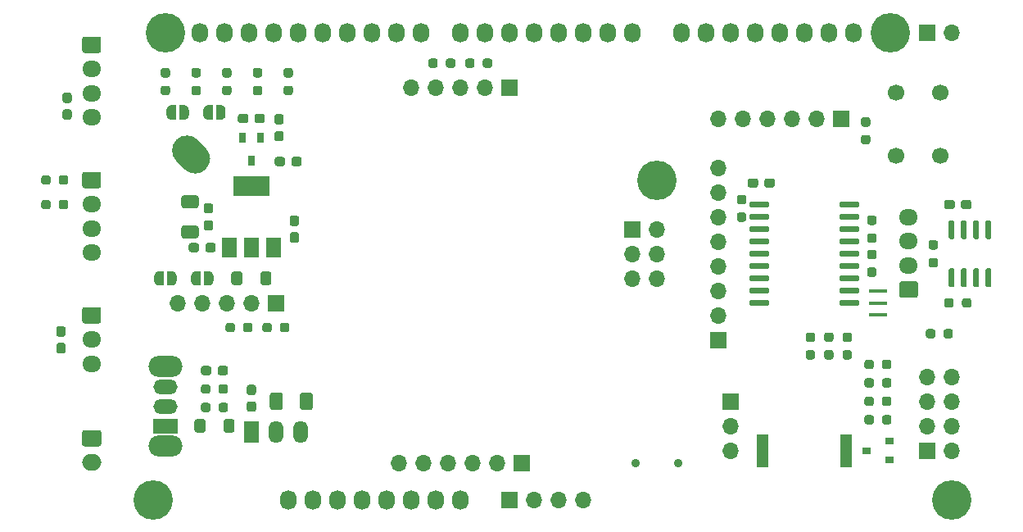
<source format=gbr>
G04 #@! TF.GenerationSoftware,KiCad,Pcbnew,(5.1.9)-1*
G04 #@! TF.CreationDate,2021-11-13T13:02:01+09:00*
G04 #@! TF.ProjectId,MainBoard2022_mega,4d61696e-426f-4617-9264-323032325f6d,rev?*
G04 #@! TF.SameCoordinates,Original*
G04 #@! TF.FileFunction,Soldermask,Bot*
G04 #@! TF.FilePolarity,Negative*
%FSLAX46Y46*%
G04 Gerber Fmt 4.6, Leading zero omitted, Abs format (unit mm)*
G04 Created by KiCad (PCBNEW (5.1.9)-1) date 2021-11-13 13:02:01*
%MOMM*%
%LPD*%
G01*
G04 APERTURE LIST*
%ADD10R,1.900000X0.400000*%
%ADD11R,1.700000X1.700000*%
%ADD12O,1.700000X1.700000*%
%ADD13C,1.700000*%
%ADD14C,0.900000*%
%ADD15O,1.950000X1.700000*%
%ADD16R,1.500000X2.300000*%
%ADD17O,1.500000X2.300000*%
%ADD18R,0.900000X0.800000*%
%ADD19R,0.700000X1.000000*%
%ADD20R,3.800000X2.000000*%
%ADD21R,1.500000X2.000000*%
%ADD22R,2.500000X1.500000*%
%ADD23O,2.500000X1.500000*%
%ADD24O,3.500000X2.200000*%
%ADD25R,1.300000X3.400000*%
%ADD26C,0.100000*%
%ADD27O,2.000000X1.700000*%
%ADD28O,1.727200X2.032000*%
%ADD29C,4.064000*%
G04 APERTURE END LIST*
D10*
X192278000Y-100006000D03*
X192278000Y-98806000D03*
X192278000Y-97606000D03*
G36*
G01*
X148593000Y-73803500D02*
X148593000Y-74278500D01*
G75*
G02*
X148355500Y-74516000I-237500J0D01*
G01*
X147855500Y-74516000D01*
G75*
G02*
X147618000Y-74278500I0J237500D01*
G01*
X147618000Y-73803500D01*
G75*
G02*
X147855500Y-73566000I237500J0D01*
G01*
X148355500Y-73566000D01*
G75*
G02*
X148593000Y-73803500I0J-237500D01*
G01*
G37*
G36*
G01*
X146768000Y-73803500D02*
X146768000Y-74278500D01*
G75*
G02*
X146530500Y-74516000I-237500J0D01*
G01*
X146030500Y-74516000D01*
G75*
G02*
X145793000Y-74278500I0J237500D01*
G01*
X145793000Y-73803500D01*
G75*
G02*
X146030500Y-73566000I237500J0D01*
G01*
X146530500Y-73566000D01*
G75*
G02*
X146768000Y-73803500I0J-237500D01*
G01*
G37*
D11*
X166878000Y-91186000D03*
D12*
X169418000Y-91186000D03*
X166878000Y-93726000D03*
X169418000Y-93726000D03*
X166878000Y-96266000D03*
X169418000Y-96266000D03*
D13*
X198683000Y-77066000D03*
X198683000Y-83566000D03*
X194183000Y-77066000D03*
X194183000Y-83566000D03*
D14*
X167218000Y-115316000D03*
X171618000Y-115316000D03*
G36*
G01*
X198203000Y-101743500D02*
X198203000Y-102218500D01*
G75*
G02*
X197965500Y-102456000I-237500J0D01*
G01*
X197465500Y-102456000D01*
G75*
G02*
X197228000Y-102218500I0J237500D01*
G01*
X197228000Y-101743500D01*
G75*
G02*
X197465500Y-101506000I237500J0D01*
G01*
X197965500Y-101506000D01*
G75*
G02*
X198203000Y-101743500I0J-237500D01*
G01*
G37*
G36*
G01*
X200028000Y-101743500D02*
X200028000Y-102218500D01*
G75*
G02*
X199790500Y-102456000I-237500J0D01*
G01*
X199290500Y-102456000D01*
G75*
G02*
X199053000Y-102218500I0J237500D01*
G01*
X199053000Y-101743500D01*
G75*
G02*
X199290500Y-101506000I237500J0D01*
G01*
X199790500Y-101506000D01*
G75*
G02*
X200028000Y-101743500I0J-237500D01*
G01*
G37*
D11*
X155448000Y-115316000D03*
D12*
X152908000Y-115316000D03*
X150368000Y-115316000D03*
X147828000Y-115316000D03*
X145288000Y-115316000D03*
X142748000Y-115316000D03*
G36*
G01*
X196178000Y-98266000D02*
X194728000Y-98266000D01*
G75*
G02*
X194478000Y-98016000I0J250000D01*
G01*
X194478000Y-96816000D01*
G75*
G02*
X194728000Y-96566000I250000J0D01*
G01*
X196178000Y-96566000D01*
G75*
G02*
X196428000Y-96816000I0J-250000D01*
G01*
X196428000Y-98016000D01*
G75*
G02*
X196178000Y-98266000I-250000J0D01*
G01*
G37*
D15*
X195453000Y-94916000D03*
X195453000Y-92416000D03*
X195453000Y-89916000D03*
D16*
X127508000Y-112141000D03*
D17*
X130048000Y-112141000D03*
X132588000Y-112141000D03*
G36*
G01*
X108220500Y-77086000D02*
X108695500Y-77086000D01*
G75*
G02*
X108933000Y-77323500I0J-237500D01*
G01*
X108933000Y-77923500D01*
G75*
G02*
X108695500Y-78161000I-237500J0D01*
G01*
X108220500Y-78161000D01*
G75*
G02*
X107983000Y-77923500I0J237500D01*
G01*
X107983000Y-77323500D01*
G75*
G02*
X108220500Y-77086000I237500J0D01*
G01*
G37*
G36*
G01*
X108220500Y-78811000D02*
X108695500Y-78811000D01*
G75*
G02*
X108933000Y-79048500I0J-237500D01*
G01*
X108933000Y-79648500D01*
G75*
G02*
X108695500Y-79886000I-237500J0D01*
G01*
X108220500Y-79886000D01*
G75*
G02*
X107983000Y-79648500I0J237500D01*
G01*
X107983000Y-79048500D01*
G75*
G02*
X108220500Y-78811000I237500J0D01*
G01*
G37*
G36*
G01*
X122298000Y-106028500D02*
X122298000Y-105553500D01*
G75*
G02*
X122535500Y-105316000I237500J0D01*
G01*
X123135500Y-105316000D01*
G75*
G02*
X123373000Y-105553500I0J-237500D01*
G01*
X123373000Y-106028500D01*
G75*
G02*
X123135500Y-106266000I-237500J0D01*
G01*
X122535500Y-106266000D01*
G75*
G02*
X122298000Y-106028500I0J237500D01*
G01*
G37*
G36*
G01*
X124023000Y-106028500D02*
X124023000Y-105553500D01*
G75*
G02*
X124260500Y-105316000I237500J0D01*
G01*
X124860500Y-105316000D01*
G75*
G02*
X125098000Y-105553500I0J-237500D01*
G01*
X125098000Y-106028500D01*
G75*
G02*
X124860500Y-106266000I-237500J0D01*
G01*
X124260500Y-106266000D01*
G75*
G02*
X124023000Y-106028500I0J237500D01*
G01*
G37*
D11*
X197358000Y-70866000D03*
D12*
X199898000Y-70866000D03*
D11*
X197358000Y-114046000D03*
D12*
X199898000Y-114046000D03*
X197358000Y-111506000D03*
X199898000Y-111506000D03*
X197358000Y-108966000D03*
X199898000Y-108966000D03*
X197358000Y-106426000D03*
X199898000Y-106426000D03*
D11*
X154178000Y-119126000D03*
D12*
X156718000Y-119126000D03*
X159258000Y-119126000D03*
X161798000Y-119126000D03*
D18*
X193478000Y-113096000D03*
X193478000Y-114996000D03*
X191078000Y-114046000D03*
G36*
G01*
X119747720Y-81955720D02*
X119747720Y-81955720D01*
G75*
G02*
X121939752Y-81955720I1096016J-1096016D01*
G01*
X122788280Y-82804248D01*
G75*
G02*
X122788280Y-84996280I-1096016J-1096016D01*
G01*
X122788280Y-84996280D01*
G75*
G02*
X120596248Y-84996280I-1096016J1096016D01*
G01*
X119747720Y-84147752D01*
G75*
G02*
X119747720Y-81955720I1096016J1096016D01*
G01*
G37*
G36*
G01*
X190333000Y-88496000D02*
X190333000Y-88796000D01*
G75*
G02*
X190183000Y-88946000I-150000J0D01*
G01*
X188433000Y-88946000D01*
G75*
G02*
X188283000Y-88796000I0J150000D01*
G01*
X188283000Y-88496000D01*
G75*
G02*
X188433000Y-88346000I150000J0D01*
G01*
X190183000Y-88346000D01*
G75*
G02*
X190333000Y-88496000I0J-150000D01*
G01*
G37*
G36*
G01*
X190333000Y-89766000D02*
X190333000Y-90066000D01*
G75*
G02*
X190183000Y-90216000I-150000J0D01*
G01*
X188433000Y-90216000D01*
G75*
G02*
X188283000Y-90066000I0J150000D01*
G01*
X188283000Y-89766000D01*
G75*
G02*
X188433000Y-89616000I150000J0D01*
G01*
X190183000Y-89616000D01*
G75*
G02*
X190333000Y-89766000I0J-150000D01*
G01*
G37*
G36*
G01*
X190333000Y-91036000D02*
X190333000Y-91336000D01*
G75*
G02*
X190183000Y-91486000I-150000J0D01*
G01*
X188433000Y-91486000D01*
G75*
G02*
X188283000Y-91336000I0J150000D01*
G01*
X188283000Y-91036000D01*
G75*
G02*
X188433000Y-90886000I150000J0D01*
G01*
X190183000Y-90886000D01*
G75*
G02*
X190333000Y-91036000I0J-150000D01*
G01*
G37*
G36*
G01*
X190333000Y-92306000D02*
X190333000Y-92606000D01*
G75*
G02*
X190183000Y-92756000I-150000J0D01*
G01*
X188433000Y-92756000D01*
G75*
G02*
X188283000Y-92606000I0J150000D01*
G01*
X188283000Y-92306000D01*
G75*
G02*
X188433000Y-92156000I150000J0D01*
G01*
X190183000Y-92156000D01*
G75*
G02*
X190333000Y-92306000I0J-150000D01*
G01*
G37*
G36*
G01*
X190333000Y-93576000D02*
X190333000Y-93876000D01*
G75*
G02*
X190183000Y-94026000I-150000J0D01*
G01*
X188433000Y-94026000D01*
G75*
G02*
X188283000Y-93876000I0J150000D01*
G01*
X188283000Y-93576000D01*
G75*
G02*
X188433000Y-93426000I150000J0D01*
G01*
X190183000Y-93426000D01*
G75*
G02*
X190333000Y-93576000I0J-150000D01*
G01*
G37*
G36*
G01*
X190333000Y-94846000D02*
X190333000Y-95146000D01*
G75*
G02*
X190183000Y-95296000I-150000J0D01*
G01*
X188433000Y-95296000D01*
G75*
G02*
X188283000Y-95146000I0J150000D01*
G01*
X188283000Y-94846000D01*
G75*
G02*
X188433000Y-94696000I150000J0D01*
G01*
X190183000Y-94696000D01*
G75*
G02*
X190333000Y-94846000I0J-150000D01*
G01*
G37*
G36*
G01*
X190333000Y-96116000D02*
X190333000Y-96416000D01*
G75*
G02*
X190183000Y-96566000I-150000J0D01*
G01*
X188433000Y-96566000D01*
G75*
G02*
X188283000Y-96416000I0J150000D01*
G01*
X188283000Y-96116000D01*
G75*
G02*
X188433000Y-95966000I150000J0D01*
G01*
X190183000Y-95966000D01*
G75*
G02*
X190333000Y-96116000I0J-150000D01*
G01*
G37*
G36*
G01*
X190333000Y-97386000D02*
X190333000Y-97686000D01*
G75*
G02*
X190183000Y-97836000I-150000J0D01*
G01*
X188433000Y-97836000D01*
G75*
G02*
X188283000Y-97686000I0J150000D01*
G01*
X188283000Y-97386000D01*
G75*
G02*
X188433000Y-97236000I150000J0D01*
G01*
X190183000Y-97236000D01*
G75*
G02*
X190333000Y-97386000I0J-150000D01*
G01*
G37*
G36*
G01*
X190333000Y-98656000D02*
X190333000Y-98956000D01*
G75*
G02*
X190183000Y-99106000I-150000J0D01*
G01*
X188433000Y-99106000D01*
G75*
G02*
X188283000Y-98956000I0J150000D01*
G01*
X188283000Y-98656000D01*
G75*
G02*
X188433000Y-98506000I150000J0D01*
G01*
X190183000Y-98506000D01*
G75*
G02*
X190333000Y-98656000I0J-150000D01*
G01*
G37*
G36*
G01*
X181033000Y-98656000D02*
X181033000Y-98956000D01*
G75*
G02*
X180883000Y-99106000I-150000J0D01*
G01*
X179133000Y-99106000D01*
G75*
G02*
X178983000Y-98956000I0J150000D01*
G01*
X178983000Y-98656000D01*
G75*
G02*
X179133000Y-98506000I150000J0D01*
G01*
X180883000Y-98506000D01*
G75*
G02*
X181033000Y-98656000I0J-150000D01*
G01*
G37*
G36*
G01*
X181033000Y-97386000D02*
X181033000Y-97686000D01*
G75*
G02*
X180883000Y-97836000I-150000J0D01*
G01*
X179133000Y-97836000D01*
G75*
G02*
X178983000Y-97686000I0J150000D01*
G01*
X178983000Y-97386000D01*
G75*
G02*
X179133000Y-97236000I150000J0D01*
G01*
X180883000Y-97236000D01*
G75*
G02*
X181033000Y-97386000I0J-150000D01*
G01*
G37*
G36*
G01*
X181033000Y-96116000D02*
X181033000Y-96416000D01*
G75*
G02*
X180883000Y-96566000I-150000J0D01*
G01*
X179133000Y-96566000D01*
G75*
G02*
X178983000Y-96416000I0J150000D01*
G01*
X178983000Y-96116000D01*
G75*
G02*
X179133000Y-95966000I150000J0D01*
G01*
X180883000Y-95966000D01*
G75*
G02*
X181033000Y-96116000I0J-150000D01*
G01*
G37*
G36*
G01*
X181033000Y-94846000D02*
X181033000Y-95146000D01*
G75*
G02*
X180883000Y-95296000I-150000J0D01*
G01*
X179133000Y-95296000D01*
G75*
G02*
X178983000Y-95146000I0J150000D01*
G01*
X178983000Y-94846000D01*
G75*
G02*
X179133000Y-94696000I150000J0D01*
G01*
X180883000Y-94696000D01*
G75*
G02*
X181033000Y-94846000I0J-150000D01*
G01*
G37*
G36*
G01*
X181033000Y-93576000D02*
X181033000Y-93876000D01*
G75*
G02*
X180883000Y-94026000I-150000J0D01*
G01*
X179133000Y-94026000D01*
G75*
G02*
X178983000Y-93876000I0J150000D01*
G01*
X178983000Y-93576000D01*
G75*
G02*
X179133000Y-93426000I150000J0D01*
G01*
X180883000Y-93426000D01*
G75*
G02*
X181033000Y-93576000I0J-150000D01*
G01*
G37*
G36*
G01*
X181033000Y-92306000D02*
X181033000Y-92606000D01*
G75*
G02*
X180883000Y-92756000I-150000J0D01*
G01*
X179133000Y-92756000D01*
G75*
G02*
X178983000Y-92606000I0J150000D01*
G01*
X178983000Y-92306000D01*
G75*
G02*
X179133000Y-92156000I150000J0D01*
G01*
X180883000Y-92156000D01*
G75*
G02*
X181033000Y-92306000I0J-150000D01*
G01*
G37*
G36*
G01*
X181033000Y-91036000D02*
X181033000Y-91336000D01*
G75*
G02*
X180883000Y-91486000I-150000J0D01*
G01*
X179133000Y-91486000D01*
G75*
G02*
X178983000Y-91336000I0J150000D01*
G01*
X178983000Y-91036000D01*
G75*
G02*
X179133000Y-90886000I150000J0D01*
G01*
X180883000Y-90886000D01*
G75*
G02*
X181033000Y-91036000I0J-150000D01*
G01*
G37*
G36*
G01*
X181033000Y-89766000D02*
X181033000Y-90066000D01*
G75*
G02*
X180883000Y-90216000I-150000J0D01*
G01*
X179133000Y-90216000D01*
G75*
G02*
X178983000Y-90066000I0J150000D01*
G01*
X178983000Y-89766000D01*
G75*
G02*
X179133000Y-89616000I150000J0D01*
G01*
X180883000Y-89616000D01*
G75*
G02*
X181033000Y-89766000I0J-150000D01*
G01*
G37*
G36*
G01*
X181033000Y-88496000D02*
X181033000Y-88796000D01*
G75*
G02*
X180883000Y-88946000I-150000J0D01*
G01*
X179133000Y-88946000D01*
G75*
G02*
X178983000Y-88796000I0J150000D01*
G01*
X178983000Y-88496000D01*
G75*
G02*
X179133000Y-88346000I150000J0D01*
G01*
X180883000Y-88346000D01*
G75*
G02*
X181033000Y-88496000I0J-150000D01*
G01*
G37*
D19*
X126558000Y-81731000D03*
X128458000Y-81731000D03*
X127508000Y-84131000D03*
D20*
X127508000Y-86766000D03*
D21*
X127508000Y-93066000D03*
X125208000Y-93066000D03*
X129808000Y-93066000D03*
G36*
G01*
X199748000Y-90276000D02*
X200048000Y-90276000D01*
G75*
G02*
X200198000Y-90426000I0J-150000D01*
G01*
X200198000Y-92076000D01*
G75*
G02*
X200048000Y-92226000I-150000J0D01*
G01*
X199748000Y-92226000D01*
G75*
G02*
X199598000Y-92076000I0J150000D01*
G01*
X199598000Y-90426000D01*
G75*
G02*
X199748000Y-90276000I150000J0D01*
G01*
G37*
G36*
G01*
X201018000Y-90276000D02*
X201318000Y-90276000D01*
G75*
G02*
X201468000Y-90426000I0J-150000D01*
G01*
X201468000Y-92076000D01*
G75*
G02*
X201318000Y-92226000I-150000J0D01*
G01*
X201018000Y-92226000D01*
G75*
G02*
X200868000Y-92076000I0J150000D01*
G01*
X200868000Y-90426000D01*
G75*
G02*
X201018000Y-90276000I150000J0D01*
G01*
G37*
G36*
G01*
X202288000Y-90276000D02*
X202588000Y-90276000D01*
G75*
G02*
X202738000Y-90426000I0J-150000D01*
G01*
X202738000Y-92076000D01*
G75*
G02*
X202588000Y-92226000I-150000J0D01*
G01*
X202288000Y-92226000D01*
G75*
G02*
X202138000Y-92076000I0J150000D01*
G01*
X202138000Y-90426000D01*
G75*
G02*
X202288000Y-90276000I150000J0D01*
G01*
G37*
G36*
G01*
X203558000Y-90276000D02*
X203858000Y-90276000D01*
G75*
G02*
X204008000Y-90426000I0J-150000D01*
G01*
X204008000Y-92076000D01*
G75*
G02*
X203858000Y-92226000I-150000J0D01*
G01*
X203558000Y-92226000D01*
G75*
G02*
X203408000Y-92076000I0J150000D01*
G01*
X203408000Y-90426000D01*
G75*
G02*
X203558000Y-90276000I150000J0D01*
G01*
G37*
G36*
G01*
X203558000Y-95226000D02*
X203858000Y-95226000D01*
G75*
G02*
X204008000Y-95376000I0J-150000D01*
G01*
X204008000Y-97026000D01*
G75*
G02*
X203858000Y-97176000I-150000J0D01*
G01*
X203558000Y-97176000D01*
G75*
G02*
X203408000Y-97026000I0J150000D01*
G01*
X203408000Y-95376000D01*
G75*
G02*
X203558000Y-95226000I150000J0D01*
G01*
G37*
G36*
G01*
X202288000Y-95226000D02*
X202588000Y-95226000D01*
G75*
G02*
X202738000Y-95376000I0J-150000D01*
G01*
X202738000Y-97026000D01*
G75*
G02*
X202588000Y-97176000I-150000J0D01*
G01*
X202288000Y-97176000D01*
G75*
G02*
X202138000Y-97026000I0J150000D01*
G01*
X202138000Y-95376000D01*
G75*
G02*
X202288000Y-95226000I150000J0D01*
G01*
G37*
G36*
G01*
X201018000Y-95226000D02*
X201318000Y-95226000D01*
G75*
G02*
X201468000Y-95376000I0J-150000D01*
G01*
X201468000Y-97026000D01*
G75*
G02*
X201318000Y-97176000I-150000J0D01*
G01*
X201018000Y-97176000D01*
G75*
G02*
X200868000Y-97026000I0J150000D01*
G01*
X200868000Y-95376000D01*
G75*
G02*
X201018000Y-95226000I150000J0D01*
G01*
G37*
G36*
G01*
X199748000Y-95226000D02*
X200048000Y-95226000D01*
G75*
G02*
X200198000Y-95376000I0J-150000D01*
G01*
X200198000Y-97026000D01*
G75*
G02*
X200048000Y-97176000I-150000J0D01*
G01*
X199748000Y-97176000D01*
G75*
G02*
X199598000Y-97026000I0J150000D01*
G01*
X199598000Y-95376000D01*
G75*
G02*
X199748000Y-95226000I150000J0D01*
G01*
G37*
D11*
X177038000Y-108966000D03*
D12*
X177038000Y-111506000D03*
X177038000Y-114046000D03*
D22*
X118618000Y-111506000D03*
D23*
X118618000Y-109506000D03*
X118618000Y-107506000D03*
D24*
X118618000Y-113606000D03*
X118618000Y-105406000D03*
G36*
G01*
X121555500Y-74546000D02*
X122030500Y-74546000D01*
G75*
G02*
X122268000Y-74783500I0J-237500D01*
G01*
X122268000Y-75283500D01*
G75*
G02*
X122030500Y-75521000I-237500J0D01*
G01*
X121555500Y-75521000D01*
G75*
G02*
X121318000Y-75283500I0J237500D01*
G01*
X121318000Y-74783500D01*
G75*
G02*
X121555500Y-74546000I237500J0D01*
G01*
G37*
G36*
G01*
X121555500Y-76371000D02*
X122030500Y-76371000D01*
G75*
G02*
X122268000Y-76608500I0J-237500D01*
G01*
X122268000Y-77108500D01*
G75*
G02*
X122030500Y-77346000I-237500J0D01*
G01*
X121555500Y-77346000D01*
G75*
G02*
X121318000Y-77108500I0J237500D01*
G01*
X121318000Y-76608500D01*
G75*
G02*
X121555500Y-76371000I237500J0D01*
G01*
G37*
G36*
G01*
X124730500Y-74546000D02*
X125205500Y-74546000D01*
G75*
G02*
X125443000Y-74783500I0J-237500D01*
G01*
X125443000Y-75283500D01*
G75*
G02*
X125205500Y-75521000I-237500J0D01*
G01*
X124730500Y-75521000D01*
G75*
G02*
X124493000Y-75283500I0J237500D01*
G01*
X124493000Y-74783500D01*
G75*
G02*
X124730500Y-74546000I237500J0D01*
G01*
G37*
G36*
G01*
X124730500Y-76371000D02*
X125205500Y-76371000D01*
G75*
G02*
X125443000Y-76608500I0J-237500D01*
G01*
X125443000Y-77108500D01*
G75*
G02*
X125205500Y-77346000I-237500J0D01*
G01*
X124730500Y-77346000D01*
G75*
G02*
X124493000Y-77108500I0J237500D01*
G01*
X124493000Y-76608500D01*
G75*
G02*
X124730500Y-76371000I237500J0D01*
G01*
G37*
G36*
G01*
X127905500Y-74546000D02*
X128380500Y-74546000D01*
G75*
G02*
X128618000Y-74783500I0J-237500D01*
G01*
X128618000Y-75283500D01*
G75*
G02*
X128380500Y-75521000I-237500J0D01*
G01*
X127905500Y-75521000D01*
G75*
G02*
X127668000Y-75283500I0J237500D01*
G01*
X127668000Y-74783500D01*
G75*
G02*
X127905500Y-74546000I237500J0D01*
G01*
G37*
G36*
G01*
X127905500Y-76371000D02*
X128380500Y-76371000D01*
G75*
G02*
X128618000Y-76608500I0J-237500D01*
G01*
X128618000Y-77108500D01*
G75*
G02*
X128380500Y-77346000I-237500J0D01*
G01*
X127905500Y-77346000D01*
G75*
G02*
X127668000Y-77108500I0J237500D01*
G01*
X127668000Y-76608500D01*
G75*
G02*
X127905500Y-76371000I237500J0D01*
G01*
G37*
G36*
G01*
X131080500Y-74546000D02*
X131555500Y-74546000D01*
G75*
G02*
X131793000Y-74783500I0J-237500D01*
G01*
X131793000Y-75283500D01*
G75*
G02*
X131555500Y-75521000I-237500J0D01*
G01*
X131080500Y-75521000D01*
G75*
G02*
X130843000Y-75283500I0J237500D01*
G01*
X130843000Y-74783500D01*
G75*
G02*
X131080500Y-74546000I237500J0D01*
G01*
G37*
G36*
G01*
X131080500Y-76371000D02*
X131555500Y-76371000D01*
G75*
G02*
X131793000Y-76608500I0J-237500D01*
G01*
X131793000Y-77108500D01*
G75*
G02*
X131555500Y-77346000I-237500J0D01*
G01*
X131080500Y-77346000D01*
G75*
G02*
X130843000Y-77108500I0J237500D01*
G01*
X130843000Y-76608500D01*
G75*
G02*
X131080500Y-76371000I237500J0D01*
G01*
G37*
G36*
G01*
X118380500Y-74546000D02*
X118855500Y-74546000D01*
G75*
G02*
X119093000Y-74783500I0J-237500D01*
G01*
X119093000Y-75283500D01*
G75*
G02*
X118855500Y-75521000I-237500J0D01*
G01*
X118380500Y-75521000D01*
G75*
G02*
X118143000Y-75283500I0J237500D01*
G01*
X118143000Y-74783500D01*
G75*
G02*
X118380500Y-74546000I237500J0D01*
G01*
G37*
G36*
G01*
X118380500Y-76371000D02*
X118855500Y-76371000D01*
G75*
G02*
X119093000Y-76608500I0J-237500D01*
G01*
X119093000Y-77108500D01*
G75*
G02*
X118855500Y-77346000I-237500J0D01*
G01*
X118380500Y-77346000D01*
G75*
G02*
X118143000Y-77108500I0J237500D01*
G01*
X118143000Y-76608500D01*
G75*
G02*
X118380500Y-76371000I237500J0D01*
G01*
G37*
G36*
G01*
X190878000Y-111108500D02*
X190878000Y-110633500D01*
G75*
G02*
X191115500Y-110396000I237500J0D01*
G01*
X191615500Y-110396000D01*
G75*
G02*
X191853000Y-110633500I0J-237500D01*
G01*
X191853000Y-111108500D01*
G75*
G02*
X191615500Y-111346000I-237500J0D01*
G01*
X191115500Y-111346000D01*
G75*
G02*
X190878000Y-111108500I0J237500D01*
G01*
G37*
G36*
G01*
X192703000Y-111108500D02*
X192703000Y-110633500D01*
G75*
G02*
X192940500Y-110396000I237500J0D01*
G01*
X193440500Y-110396000D01*
G75*
G02*
X193678000Y-110633500I0J-237500D01*
G01*
X193678000Y-111108500D01*
G75*
G02*
X193440500Y-111346000I-237500J0D01*
G01*
X192940500Y-111346000D01*
G75*
G02*
X192703000Y-111108500I0J237500D01*
G01*
G37*
G36*
G01*
X191245500Y-82426000D02*
X190770500Y-82426000D01*
G75*
G02*
X190533000Y-82188500I0J237500D01*
G01*
X190533000Y-81688500D01*
G75*
G02*
X190770500Y-81451000I237500J0D01*
G01*
X191245500Y-81451000D01*
G75*
G02*
X191483000Y-81688500I0J-237500D01*
G01*
X191483000Y-82188500D01*
G75*
G02*
X191245500Y-82426000I-237500J0D01*
G01*
G37*
G36*
G01*
X191245500Y-80601000D02*
X190770500Y-80601000D01*
G75*
G02*
X190533000Y-80363500I0J237500D01*
G01*
X190533000Y-79863500D01*
G75*
G02*
X190770500Y-79626000I237500J0D01*
G01*
X191245500Y-79626000D01*
G75*
G02*
X191483000Y-79863500I0J-237500D01*
G01*
X191483000Y-80363500D01*
G75*
G02*
X191245500Y-80601000I-237500J0D01*
G01*
G37*
G36*
G01*
X191880500Y-92586000D02*
X191405500Y-92586000D01*
G75*
G02*
X191168000Y-92348500I0J237500D01*
G01*
X191168000Y-91848500D01*
G75*
G02*
X191405500Y-91611000I237500J0D01*
G01*
X191880500Y-91611000D01*
G75*
G02*
X192118000Y-91848500I0J-237500D01*
G01*
X192118000Y-92348500D01*
G75*
G02*
X191880500Y-92586000I-237500J0D01*
G01*
G37*
G36*
G01*
X191880500Y-90761000D02*
X191405500Y-90761000D01*
G75*
G02*
X191168000Y-90523500I0J237500D01*
G01*
X191168000Y-90023500D01*
G75*
G02*
X191405500Y-89786000I237500J0D01*
G01*
X191880500Y-89786000D01*
G75*
G02*
X192118000Y-90023500I0J-237500D01*
G01*
X192118000Y-90523500D01*
G75*
G02*
X191880500Y-90761000I-237500J0D01*
G01*
G37*
G36*
G01*
X189340500Y-104651000D02*
X188865500Y-104651000D01*
G75*
G02*
X188628000Y-104413500I0J237500D01*
G01*
X188628000Y-103913500D01*
G75*
G02*
X188865500Y-103676000I237500J0D01*
G01*
X189340500Y-103676000D01*
G75*
G02*
X189578000Y-103913500I0J-237500D01*
G01*
X189578000Y-104413500D01*
G75*
G02*
X189340500Y-104651000I-237500J0D01*
G01*
G37*
G36*
G01*
X189340500Y-102826000D02*
X188865500Y-102826000D01*
G75*
G02*
X188628000Y-102588500I0J237500D01*
G01*
X188628000Y-102088500D01*
G75*
G02*
X188865500Y-101851000I237500J0D01*
G01*
X189340500Y-101851000D01*
G75*
G02*
X189578000Y-102088500I0J-237500D01*
G01*
X189578000Y-102588500D01*
G75*
G02*
X189340500Y-102826000I-237500J0D01*
G01*
G37*
G36*
G01*
X187435500Y-104651000D02*
X186960500Y-104651000D01*
G75*
G02*
X186723000Y-104413500I0J237500D01*
G01*
X186723000Y-103913500D01*
G75*
G02*
X186960500Y-103676000I237500J0D01*
G01*
X187435500Y-103676000D01*
G75*
G02*
X187673000Y-103913500I0J-237500D01*
G01*
X187673000Y-104413500D01*
G75*
G02*
X187435500Y-104651000I-237500J0D01*
G01*
G37*
G36*
G01*
X187435500Y-102826000D02*
X186960500Y-102826000D01*
G75*
G02*
X186723000Y-102588500I0J237500D01*
G01*
X186723000Y-102088500D01*
G75*
G02*
X186960500Y-101851000I237500J0D01*
G01*
X187435500Y-101851000D01*
G75*
G02*
X187673000Y-102088500I0J-237500D01*
G01*
X187673000Y-102588500D01*
G75*
G02*
X187435500Y-102826000I-237500J0D01*
G01*
G37*
G36*
G01*
X185530500Y-104651000D02*
X185055500Y-104651000D01*
G75*
G02*
X184818000Y-104413500I0J237500D01*
G01*
X184818000Y-103913500D01*
G75*
G02*
X185055500Y-103676000I237500J0D01*
G01*
X185530500Y-103676000D01*
G75*
G02*
X185768000Y-103913500I0J-237500D01*
G01*
X185768000Y-104413500D01*
G75*
G02*
X185530500Y-104651000I-237500J0D01*
G01*
G37*
G36*
G01*
X185530500Y-102826000D02*
X185055500Y-102826000D01*
G75*
G02*
X184818000Y-102588500I0J237500D01*
G01*
X184818000Y-102088500D01*
G75*
G02*
X185055500Y-101851000I237500J0D01*
G01*
X185530500Y-101851000D01*
G75*
G02*
X185768000Y-102088500I0J-237500D01*
G01*
X185768000Y-102588500D01*
G75*
G02*
X185530500Y-102826000I-237500J0D01*
G01*
G37*
G36*
G01*
X190878000Y-109203500D02*
X190878000Y-108728500D01*
G75*
G02*
X191115500Y-108491000I237500J0D01*
G01*
X191615500Y-108491000D01*
G75*
G02*
X191853000Y-108728500I0J-237500D01*
G01*
X191853000Y-109203500D01*
G75*
G02*
X191615500Y-109441000I-237500J0D01*
G01*
X191115500Y-109441000D01*
G75*
G02*
X190878000Y-109203500I0J237500D01*
G01*
G37*
G36*
G01*
X192703000Y-109203500D02*
X192703000Y-108728500D01*
G75*
G02*
X192940500Y-108491000I237500J0D01*
G01*
X193440500Y-108491000D01*
G75*
G02*
X193678000Y-108728500I0J-237500D01*
G01*
X193678000Y-109203500D01*
G75*
G02*
X193440500Y-109441000I-237500J0D01*
G01*
X192940500Y-109441000D01*
G75*
G02*
X192703000Y-109203500I0J237500D01*
G01*
G37*
G36*
G01*
X190878000Y-107298500D02*
X190878000Y-106823500D01*
G75*
G02*
X191115500Y-106586000I237500J0D01*
G01*
X191615500Y-106586000D01*
G75*
G02*
X191853000Y-106823500I0J-237500D01*
G01*
X191853000Y-107298500D01*
G75*
G02*
X191615500Y-107536000I-237500J0D01*
G01*
X191115500Y-107536000D01*
G75*
G02*
X190878000Y-107298500I0J237500D01*
G01*
G37*
G36*
G01*
X192703000Y-107298500D02*
X192703000Y-106823500D01*
G75*
G02*
X192940500Y-106586000I237500J0D01*
G01*
X193440500Y-106586000D01*
G75*
G02*
X193678000Y-106823500I0J-237500D01*
G01*
X193678000Y-107298500D01*
G75*
G02*
X193440500Y-107536000I-237500J0D01*
G01*
X192940500Y-107536000D01*
G75*
G02*
X192703000Y-107298500I0J237500D01*
G01*
G37*
G36*
G01*
X190878000Y-105393500D02*
X190878000Y-104918500D01*
G75*
G02*
X191115500Y-104681000I237500J0D01*
G01*
X191615500Y-104681000D01*
G75*
G02*
X191853000Y-104918500I0J-237500D01*
G01*
X191853000Y-105393500D01*
G75*
G02*
X191615500Y-105631000I-237500J0D01*
G01*
X191115500Y-105631000D01*
G75*
G02*
X190878000Y-105393500I0J237500D01*
G01*
G37*
G36*
G01*
X192703000Y-105393500D02*
X192703000Y-104918500D01*
G75*
G02*
X192940500Y-104681000I237500J0D01*
G01*
X193440500Y-104681000D01*
G75*
G02*
X193678000Y-104918500I0J-237500D01*
G01*
X193678000Y-105393500D01*
G75*
G02*
X193440500Y-105631000I-237500J0D01*
G01*
X192940500Y-105631000D01*
G75*
G02*
X192703000Y-105393500I0J237500D01*
G01*
G37*
G36*
G01*
X191405500Y-93318500D02*
X191880500Y-93318500D01*
G75*
G02*
X192118000Y-93556000I0J-237500D01*
G01*
X192118000Y-94056000D01*
G75*
G02*
X191880500Y-94293500I-237500J0D01*
G01*
X191405500Y-94293500D01*
G75*
G02*
X191168000Y-94056000I0J237500D01*
G01*
X191168000Y-93556000D01*
G75*
G02*
X191405500Y-93318500I237500J0D01*
G01*
G37*
G36*
G01*
X191405500Y-95143500D02*
X191880500Y-95143500D01*
G75*
G02*
X192118000Y-95381000I0J-237500D01*
G01*
X192118000Y-95881000D01*
G75*
G02*
X191880500Y-96118500I-237500J0D01*
G01*
X191405500Y-96118500D01*
G75*
G02*
X191168000Y-95881000I0J237500D01*
G01*
X191168000Y-95381000D01*
G75*
G02*
X191405500Y-95143500I237500J0D01*
G01*
G37*
G36*
G01*
X131448000Y-101108500D02*
X131448000Y-101583500D01*
G75*
G02*
X131210500Y-101821000I-237500J0D01*
G01*
X130710500Y-101821000D01*
G75*
G02*
X130473000Y-101583500I0J237500D01*
G01*
X130473000Y-101108500D01*
G75*
G02*
X130710500Y-100871000I237500J0D01*
G01*
X131210500Y-100871000D01*
G75*
G02*
X131448000Y-101108500I0J-237500D01*
G01*
G37*
G36*
G01*
X129623000Y-101108500D02*
X129623000Y-101583500D01*
G75*
G02*
X129385500Y-101821000I-237500J0D01*
G01*
X128885500Y-101821000D01*
G75*
G02*
X128648000Y-101583500I0J237500D01*
G01*
X128648000Y-101108500D01*
G75*
G02*
X128885500Y-100871000I237500J0D01*
G01*
X129385500Y-100871000D01*
G75*
G02*
X129623000Y-101108500I0J-237500D01*
G01*
G37*
G36*
G01*
X125813000Y-101108500D02*
X125813000Y-101583500D01*
G75*
G02*
X125575500Y-101821000I-237500J0D01*
G01*
X125075500Y-101821000D01*
G75*
G02*
X124838000Y-101583500I0J237500D01*
G01*
X124838000Y-101108500D01*
G75*
G02*
X125075500Y-100871000I237500J0D01*
G01*
X125575500Y-100871000D01*
G75*
G02*
X125813000Y-101108500I0J-237500D01*
G01*
G37*
G36*
G01*
X127638000Y-101108500D02*
X127638000Y-101583500D01*
G75*
G02*
X127400500Y-101821000I-237500J0D01*
G01*
X126900500Y-101821000D01*
G75*
G02*
X126663000Y-101583500I0J237500D01*
G01*
X126663000Y-101108500D01*
G75*
G02*
X126900500Y-100871000I237500J0D01*
G01*
X127400500Y-100871000D01*
G75*
G02*
X127638000Y-101108500I0J-237500D01*
G01*
G37*
G36*
G01*
X177943500Y-87627000D02*
X178418500Y-87627000D01*
G75*
G02*
X178656000Y-87864500I0J-237500D01*
G01*
X178656000Y-88364500D01*
G75*
G02*
X178418500Y-88602000I-237500J0D01*
G01*
X177943500Y-88602000D01*
G75*
G02*
X177706000Y-88364500I0J237500D01*
G01*
X177706000Y-87864500D01*
G75*
G02*
X177943500Y-87627000I237500J0D01*
G01*
G37*
G36*
G01*
X177943500Y-89452000D02*
X178418500Y-89452000D01*
G75*
G02*
X178656000Y-89689500I0J-237500D01*
G01*
X178656000Y-90189500D01*
G75*
G02*
X178418500Y-90427000I-237500J0D01*
G01*
X177943500Y-90427000D01*
G75*
G02*
X177706000Y-90189500I0J237500D01*
G01*
X177706000Y-89689500D01*
G75*
G02*
X177943500Y-89452000I237500J0D01*
G01*
G37*
G36*
G01*
X149603000Y-74278500D02*
X149603000Y-73803500D01*
G75*
G02*
X149840500Y-73566000I237500J0D01*
G01*
X150340500Y-73566000D01*
G75*
G02*
X150578000Y-73803500I0J-237500D01*
G01*
X150578000Y-74278500D01*
G75*
G02*
X150340500Y-74516000I-237500J0D01*
G01*
X149840500Y-74516000D01*
G75*
G02*
X149603000Y-74278500I0J237500D01*
G01*
G37*
G36*
G01*
X151428000Y-74278500D02*
X151428000Y-73803500D01*
G75*
G02*
X151665500Y-73566000I237500J0D01*
G01*
X152165500Y-73566000D01*
G75*
G02*
X152403000Y-73803500I0J-237500D01*
G01*
X152403000Y-74278500D01*
G75*
G02*
X152165500Y-74516000I-237500J0D01*
G01*
X151665500Y-74516000D01*
G75*
G02*
X151428000Y-74278500I0J237500D01*
G01*
G37*
G36*
G01*
X199133000Y-99043500D02*
X199133000Y-98568500D01*
G75*
G02*
X199370500Y-98331000I237500J0D01*
G01*
X199870500Y-98331000D01*
G75*
G02*
X200108000Y-98568500I0J-237500D01*
G01*
X200108000Y-99043500D01*
G75*
G02*
X199870500Y-99281000I-237500J0D01*
G01*
X199370500Y-99281000D01*
G75*
G02*
X199133000Y-99043500I0J237500D01*
G01*
G37*
G36*
G01*
X200958000Y-99043500D02*
X200958000Y-98568500D01*
G75*
G02*
X201195500Y-98331000I237500J0D01*
G01*
X201695500Y-98331000D01*
G75*
G02*
X201933000Y-98568500I0J-237500D01*
G01*
X201933000Y-99043500D01*
G75*
G02*
X201695500Y-99281000I-237500J0D01*
G01*
X201195500Y-99281000D01*
G75*
G02*
X200958000Y-99043500I0J237500D01*
G01*
G37*
G36*
G01*
X198230500Y-95126000D02*
X197755500Y-95126000D01*
G75*
G02*
X197518000Y-94888500I0J237500D01*
G01*
X197518000Y-94388500D01*
G75*
G02*
X197755500Y-94151000I237500J0D01*
G01*
X198230500Y-94151000D01*
G75*
G02*
X198468000Y-94388500I0J-237500D01*
G01*
X198468000Y-94888500D01*
G75*
G02*
X198230500Y-95126000I-237500J0D01*
G01*
G37*
G36*
G01*
X198230500Y-93301000D02*
X197755500Y-93301000D01*
G75*
G02*
X197518000Y-93063500I0J237500D01*
G01*
X197518000Y-92563500D01*
G75*
G02*
X197755500Y-92326000I237500J0D01*
G01*
X198230500Y-92326000D01*
G75*
G02*
X198468000Y-92563500I0J-237500D01*
G01*
X198468000Y-93063500D01*
G75*
G02*
X198230500Y-93301000I-237500J0D01*
G01*
G37*
G36*
G01*
X122298000Y-107933500D02*
X122298000Y-107458500D01*
G75*
G02*
X122535500Y-107221000I237500J0D01*
G01*
X123035500Y-107221000D01*
G75*
G02*
X123273000Y-107458500I0J-237500D01*
G01*
X123273000Y-107933500D01*
G75*
G02*
X123035500Y-108171000I-237500J0D01*
G01*
X122535500Y-108171000D01*
G75*
G02*
X122298000Y-107933500I0J237500D01*
G01*
G37*
G36*
G01*
X124123000Y-107933500D02*
X124123000Y-107458500D01*
G75*
G02*
X124360500Y-107221000I237500J0D01*
G01*
X124860500Y-107221000D01*
G75*
G02*
X125098000Y-107458500I0J-237500D01*
G01*
X125098000Y-107933500D01*
G75*
G02*
X124860500Y-108171000I-237500J0D01*
G01*
X124360500Y-108171000D01*
G75*
G02*
X124123000Y-107933500I0J237500D01*
G01*
G37*
G36*
G01*
X122298000Y-109838500D02*
X122298000Y-109363500D01*
G75*
G02*
X122535500Y-109126000I237500J0D01*
G01*
X123035500Y-109126000D01*
G75*
G02*
X123273000Y-109363500I0J-237500D01*
G01*
X123273000Y-109838500D01*
G75*
G02*
X123035500Y-110076000I-237500J0D01*
G01*
X122535500Y-110076000D01*
G75*
G02*
X122298000Y-109838500I0J237500D01*
G01*
G37*
G36*
G01*
X124123000Y-109838500D02*
X124123000Y-109363500D01*
G75*
G02*
X124360500Y-109126000I237500J0D01*
G01*
X124860500Y-109126000D01*
G75*
G02*
X125098000Y-109363500I0J-237500D01*
G01*
X125098000Y-109838500D01*
G75*
G02*
X124860500Y-110076000I-237500J0D01*
G01*
X124360500Y-110076000D01*
G75*
G02*
X124123000Y-109838500I0J237500D01*
G01*
G37*
G36*
G01*
X105788000Y-88883500D02*
X105788000Y-88408500D01*
G75*
G02*
X106025500Y-88171000I237500J0D01*
G01*
X106525500Y-88171000D01*
G75*
G02*
X106763000Y-88408500I0J-237500D01*
G01*
X106763000Y-88883500D01*
G75*
G02*
X106525500Y-89121000I-237500J0D01*
G01*
X106025500Y-89121000D01*
G75*
G02*
X105788000Y-88883500I0J237500D01*
G01*
G37*
G36*
G01*
X107613000Y-88883500D02*
X107613000Y-88408500D01*
G75*
G02*
X107850500Y-88171000I237500J0D01*
G01*
X108350500Y-88171000D01*
G75*
G02*
X108588000Y-88408500I0J-237500D01*
G01*
X108588000Y-88883500D01*
G75*
G02*
X108350500Y-89121000I-237500J0D01*
G01*
X107850500Y-89121000D01*
G75*
G02*
X107613000Y-88883500I0J237500D01*
G01*
G37*
G36*
G01*
X108588000Y-85868500D02*
X108588000Y-86343500D01*
G75*
G02*
X108350500Y-86581000I-237500J0D01*
G01*
X107850500Y-86581000D01*
G75*
G02*
X107613000Y-86343500I0J237500D01*
G01*
X107613000Y-85868500D01*
G75*
G02*
X107850500Y-85631000I237500J0D01*
G01*
X108350500Y-85631000D01*
G75*
G02*
X108588000Y-85868500I0J-237500D01*
G01*
G37*
G36*
G01*
X106763000Y-85868500D02*
X106763000Y-86343500D01*
G75*
G02*
X106525500Y-86581000I-237500J0D01*
G01*
X106025500Y-86581000D01*
G75*
G02*
X105788000Y-86343500I0J237500D01*
G01*
X105788000Y-85868500D01*
G75*
G02*
X106025500Y-85631000I237500J0D01*
G01*
X106525500Y-85631000D01*
G75*
G02*
X106763000Y-85868500I0J-237500D01*
G01*
G37*
D25*
X180308000Y-114046000D03*
X189008000Y-114046000D03*
D26*
G36*
X118768000Y-95516000D02*
G01*
X119268000Y-95516000D01*
X119268000Y-95516602D01*
X119292534Y-95516602D01*
X119341365Y-95521412D01*
X119389490Y-95530984D01*
X119436445Y-95545228D01*
X119481778Y-95564005D01*
X119525051Y-95587136D01*
X119565850Y-95614396D01*
X119603779Y-95645524D01*
X119638476Y-95680221D01*
X119669604Y-95718150D01*
X119696864Y-95758949D01*
X119719995Y-95802222D01*
X119738772Y-95847555D01*
X119753016Y-95894510D01*
X119762588Y-95942635D01*
X119767398Y-95991466D01*
X119767398Y-96016000D01*
X119768000Y-96016000D01*
X119768000Y-96516000D01*
X119767398Y-96516000D01*
X119767398Y-96540534D01*
X119762588Y-96589365D01*
X119753016Y-96637490D01*
X119738772Y-96684445D01*
X119719995Y-96729778D01*
X119696864Y-96773051D01*
X119669604Y-96813850D01*
X119638476Y-96851779D01*
X119603779Y-96886476D01*
X119565850Y-96917604D01*
X119525051Y-96944864D01*
X119481778Y-96967995D01*
X119436445Y-96986772D01*
X119389490Y-97001016D01*
X119341365Y-97010588D01*
X119292534Y-97015398D01*
X119268000Y-97015398D01*
X119268000Y-97016000D01*
X118768000Y-97016000D01*
X118768000Y-95516000D01*
G37*
G36*
X117968000Y-97015398D02*
G01*
X117943466Y-97015398D01*
X117894635Y-97010588D01*
X117846510Y-97001016D01*
X117799555Y-96986772D01*
X117754222Y-96967995D01*
X117710949Y-96944864D01*
X117670150Y-96917604D01*
X117632221Y-96886476D01*
X117597524Y-96851779D01*
X117566396Y-96813850D01*
X117539136Y-96773051D01*
X117516005Y-96729778D01*
X117497228Y-96684445D01*
X117482984Y-96637490D01*
X117473412Y-96589365D01*
X117468602Y-96540534D01*
X117468602Y-96516000D01*
X117468000Y-96516000D01*
X117468000Y-96016000D01*
X117468602Y-96016000D01*
X117468602Y-95991466D01*
X117473412Y-95942635D01*
X117482984Y-95894510D01*
X117497228Y-95847555D01*
X117516005Y-95802222D01*
X117539136Y-95758949D01*
X117566396Y-95718150D01*
X117597524Y-95680221D01*
X117632221Y-95645524D01*
X117670150Y-95614396D01*
X117710949Y-95587136D01*
X117754222Y-95564005D01*
X117799555Y-95545228D01*
X117846510Y-95530984D01*
X117894635Y-95521412D01*
X117943466Y-95516602D01*
X117968000Y-95516602D01*
X117968000Y-95516000D01*
X118468000Y-95516000D01*
X118468000Y-97016000D01*
X117968000Y-97016000D01*
X117968000Y-97015398D01*
G37*
G36*
X119738000Y-79871000D02*
G01*
X119238000Y-79871000D01*
X119238000Y-79870398D01*
X119213466Y-79870398D01*
X119164635Y-79865588D01*
X119116510Y-79856016D01*
X119069555Y-79841772D01*
X119024222Y-79822995D01*
X118980949Y-79799864D01*
X118940150Y-79772604D01*
X118902221Y-79741476D01*
X118867524Y-79706779D01*
X118836396Y-79668850D01*
X118809136Y-79628051D01*
X118786005Y-79584778D01*
X118767228Y-79539445D01*
X118752984Y-79492490D01*
X118743412Y-79444365D01*
X118738602Y-79395534D01*
X118738602Y-79371000D01*
X118738000Y-79371000D01*
X118738000Y-78871000D01*
X118738602Y-78871000D01*
X118738602Y-78846466D01*
X118743412Y-78797635D01*
X118752984Y-78749510D01*
X118767228Y-78702555D01*
X118786005Y-78657222D01*
X118809136Y-78613949D01*
X118836396Y-78573150D01*
X118867524Y-78535221D01*
X118902221Y-78500524D01*
X118940150Y-78469396D01*
X118980949Y-78442136D01*
X119024222Y-78419005D01*
X119069555Y-78400228D01*
X119116510Y-78385984D01*
X119164635Y-78376412D01*
X119213466Y-78371602D01*
X119238000Y-78371602D01*
X119238000Y-78371000D01*
X119738000Y-78371000D01*
X119738000Y-79871000D01*
G37*
G36*
X120538000Y-78371602D02*
G01*
X120562534Y-78371602D01*
X120611365Y-78376412D01*
X120659490Y-78385984D01*
X120706445Y-78400228D01*
X120751778Y-78419005D01*
X120795051Y-78442136D01*
X120835850Y-78469396D01*
X120873779Y-78500524D01*
X120908476Y-78535221D01*
X120939604Y-78573150D01*
X120966864Y-78613949D01*
X120989995Y-78657222D01*
X121008772Y-78702555D01*
X121023016Y-78749510D01*
X121032588Y-78797635D01*
X121037398Y-78846466D01*
X121037398Y-78871000D01*
X121038000Y-78871000D01*
X121038000Y-79371000D01*
X121037398Y-79371000D01*
X121037398Y-79395534D01*
X121032588Y-79444365D01*
X121023016Y-79492490D01*
X121008772Y-79539445D01*
X120989995Y-79584778D01*
X120966864Y-79628051D01*
X120939604Y-79668850D01*
X120908476Y-79706779D01*
X120873779Y-79741476D01*
X120835850Y-79772604D01*
X120795051Y-79799864D01*
X120751778Y-79822995D01*
X120706445Y-79841772D01*
X120659490Y-79856016D01*
X120611365Y-79865588D01*
X120562534Y-79870398D01*
X120538000Y-79870398D01*
X120538000Y-79871000D01*
X120038000Y-79871000D01*
X120038000Y-78371000D01*
X120538000Y-78371000D01*
X120538000Y-78371602D01*
G37*
G36*
X123533000Y-79871000D02*
G01*
X123033000Y-79871000D01*
X123033000Y-79870398D01*
X123008466Y-79870398D01*
X122959635Y-79865588D01*
X122911510Y-79856016D01*
X122864555Y-79841772D01*
X122819222Y-79822995D01*
X122775949Y-79799864D01*
X122735150Y-79772604D01*
X122697221Y-79741476D01*
X122662524Y-79706779D01*
X122631396Y-79668850D01*
X122604136Y-79628051D01*
X122581005Y-79584778D01*
X122562228Y-79539445D01*
X122547984Y-79492490D01*
X122538412Y-79444365D01*
X122533602Y-79395534D01*
X122533602Y-79371000D01*
X122533000Y-79371000D01*
X122533000Y-78871000D01*
X122533602Y-78871000D01*
X122533602Y-78846466D01*
X122538412Y-78797635D01*
X122547984Y-78749510D01*
X122562228Y-78702555D01*
X122581005Y-78657222D01*
X122604136Y-78613949D01*
X122631396Y-78573150D01*
X122662524Y-78535221D01*
X122697221Y-78500524D01*
X122735150Y-78469396D01*
X122775949Y-78442136D01*
X122819222Y-78419005D01*
X122864555Y-78400228D01*
X122911510Y-78385984D01*
X122959635Y-78376412D01*
X123008466Y-78371602D01*
X123033000Y-78371602D01*
X123033000Y-78371000D01*
X123533000Y-78371000D01*
X123533000Y-79871000D01*
G37*
G36*
X124333000Y-78371602D02*
G01*
X124357534Y-78371602D01*
X124406365Y-78376412D01*
X124454490Y-78385984D01*
X124501445Y-78400228D01*
X124546778Y-78419005D01*
X124590051Y-78442136D01*
X124630850Y-78469396D01*
X124668779Y-78500524D01*
X124703476Y-78535221D01*
X124734604Y-78573150D01*
X124761864Y-78613949D01*
X124784995Y-78657222D01*
X124803772Y-78702555D01*
X124818016Y-78749510D01*
X124827588Y-78797635D01*
X124832398Y-78846466D01*
X124832398Y-78871000D01*
X124833000Y-78871000D01*
X124833000Y-79371000D01*
X124832398Y-79371000D01*
X124832398Y-79395534D01*
X124827588Y-79444365D01*
X124818016Y-79492490D01*
X124803772Y-79539445D01*
X124784995Y-79584778D01*
X124761864Y-79628051D01*
X124734604Y-79668850D01*
X124703476Y-79706779D01*
X124668779Y-79741476D01*
X124630850Y-79772604D01*
X124590051Y-79799864D01*
X124546778Y-79822995D01*
X124501445Y-79841772D01*
X124454490Y-79856016D01*
X124406365Y-79865588D01*
X124357534Y-79870398D01*
X124333000Y-79870398D01*
X124333000Y-79871000D01*
X123833000Y-79871000D01*
X123833000Y-78371000D01*
X124333000Y-78371000D01*
X124333000Y-78371602D01*
G37*
G36*
X122278000Y-97016000D02*
G01*
X121778000Y-97016000D01*
X121778000Y-97015398D01*
X121753466Y-97015398D01*
X121704635Y-97010588D01*
X121656510Y-97001016D01*
X121609555Y-96986772D01*
X121564222Y-96967995D01*
X121520949Y-96944864D01*
X121480150Y-96917604D01*
X121442221Y-96886476D01*
X121407524Y-96851779D01*
X121376396Y-96813850D01*
X121349136Y-96773051D01*
X121326005Y-96729778D01*
X121307228Y-96684445D01*
X121292984Y-96637490D01*
X121283412Y-96589365D01*
X121278602Y-96540534D01*
X121278602Y-96516000D01*
X121278000Y-96516000D01*
X121278000Y-96016000D01*
X121278602Y-96016000D01*
X121278602Y-95991466D01*
X121283412Y-95942635D01*
X121292984Y-95894510D01*
X121307228Y-95847555D01*
X121326005Y-95802222D01*
X121349136Y-95758949D01*
X121376396Y-95718150D01*
X121407524Y-95680221D01*
X121442221Y-95645524D01*
X121480150Y-95614396D01*
X121520949Y-95587136D01*
X121564222Y-95564005D01*
X121609555Y-95545228D01*
X121656510Y-95530984D01*
X121704635Y-95521412D01*
X121753466Y-95516602D01*
X121778000Y-95516602D01*
X121778000Y-95516000D01*
X122278000Y-95516000D01*
X122278000Y-97016000D01*
G37*
G36*
X123078000Y-95516602D02*
G01*
X123102534Y-95516602D01*
X123151365Y-95521412D01*
X123199490Y-95530984D01*
X123246445Y-95545228D01*
X123291778Y-95564005D01*
X123335051Y-95587136D01*
X123375850Y-95614396D01*
X123413779Y-95645524D01*
X123448476Y-95680221D01*
X123479604Y-95718150D01*
X123506864Y-95758949D01*
X123529995Y-95802222D01*
X123548772Y-95847555D01*
X123563016Y-95894510D01*
X123572588Y-95942635D01*
X123577398Y-95991466D01*
X123577398Y-96016000D01*
X123578000Y-96016000D01*
X123578000Y-96516000D01*
X123577398Y-96516000D01*
X123577398Y-96540534D01*
X123572588Y-96589365D01*
X123563016Y-96637490D01*
X123548772Y-96684445D01*
X123529995Y-96729778D01*
X123506864Y-96773051D01*
X123479604Y-96813850D01*
X123448476Y-96851779D01*
X123413779Y-96886476D01*
X123375850Y-96917604D01*
X123335051Y-96944864D01*
X123291778Y-96967995D01*
X123246445Y-96986772D01*
X123199490Y-97001016D01*
X123151365Y-97010588D01*
X123102534Y-97015398D01*
X123078000Y-97015398D01*
X123078000Y-97016000D01*
X122578000Y-97016000D01*
X122578000Y-95516000D01*
X123078000Y-95516000D01*
X123078000Y-95516602D01*
G37*
G36*
G01*
X110273000Y-71286000D02*
X111723000Y-71286000D01*
G75*
G02*
X111973000Y-71536000I0J-250000D01*
G01*
X111973000Y-72736000D01*
G75*
G02*
X111723000Y-72986000I-250000J0D01*
G01*
X110273000Y-72986000D01*
G75*
G02*
X110023000Y-72736000I0J250000D01*
G01*
X110023000Y-71536000D01*
G75*
G02*
X110273000Y-71286000I250000J0D01*
G01*
G37*
D15*
X110998000Y-74636000D03*
X110998000Y-77136000D03*
X110998000Y-79636000D03*
X110998000Y-105076000D03*
X110998000Y-102576000D03*
G36*
G01*
X110273000Y-99226000D02*
X111723000Y-99226000D01*
G75*
G02*
X111973000Y-99476000I0J-250000D01*
G01*
X111973000Y-100676000D01*
G75*
G02*
X111723000Y-100926000I-250000J0D01*
G01*
X110273000Y-100926000D01*
G75*
G02*
X110023000Y-100676000I0J250000D01*
G01*
X110023000Y-99476000D01*
G75*
G02*
X110273000Y-99226000I250000J0D01*
G01*
G37*
D11*
X175768000Y-102616000D03*
D12*
X175768000Y-100076000D03*
X175768000Y-97536000D03*
X175768000Y-94996000D03*
X175768000Y-92456000D03*
X175768000Y-89916000D03*
X175768000Y-87376000D03*
X175768000Y-84836000D03*
D11*
X130048000Y-98806000D03*
D12*
X127508000Y-98806000D03*
X124968000Y-98806000D03*
X122428000Y-98806000D03*
X119888000Y-98806000D03*
D11*
X154178000Y-76581000D03*
D12*
X151638000Y-76581000D03*
X149098000Y-76581000D03*
X146558000Y-76581000D03*
X144018000Y-76581000D03*
D11*
X188468000Y-79756000D03*
D12*
X185928000Y-79756000D03*
X183388000Y-79756000D03*
X180848000Y-79756000D03*
X178308000Y-79756000D03*
X175768000Y-79756000D03*
G36*
G01*
X110273000Y-85256000D02*
X111723000Y-85256000D01*
G75*
G02*
X111973000Y-85506000I0J-250000D01*
G01*
X111973000Y-86706000D01*
G75*
G02*
X111723000Y-86956000I-250000J0D01*
G01*
X110273000Y-86956000D01*
G75*
G02*
X110023000Y-86706000I0J250000D01*
G01*
X110023000Y-85506000D01*
G75*
G02*
X110273000Y-85256000I250000J0D01*
G01*
G37*
D15*
X110998000Y-88606000D03*
X110998000Y-91106000D03*
X110998000Y-93606000D03*
G36*
G01*
X110248000Y-111926000D02*
X111748000Y-111926000D01*
G75*
G02*
X111998000Y-112176000I0J-250000D01*
G01*
X111998000Y-113376000D01*
G75*
G02*
X111748000Y-113626000I-250000J0D01*
G01*
X110248000Y-113626000D01*
G75*
G02*
X109998000Y-113376000I0J250000D01*
G01*
X109998000Y-112176000D01*
G75*
G02*
X110248000Y-111926000I250000J0D01*
G01*
G37*
D27*
X110998000Y-115276000D03*
G36*
G01*
X130603000Y-82108500D02*
X130128000Y-82108500D01*
G75*
G02*
X129890500Y-81871000I0J237500D01*
G01*
X129890500Y-81296000D01*
G75*
G02*
X130128000Y-81058500I237500J0D01*
G01*
X130603000Y-81058500D01*
G75*
G02*
X130840500Y-81296000I0J-237500D01*
G01*
X130840500Y-81871000D01*
G75*
G02*
X130603000Y-82108500I-237500J0D01*
G01*
G37*
G36*
G01*
X130603000Y-80358500D02*
X130128000Y-80358500D01*
G75*
G02*
X129890500Y-80121000I0J237500D01*
G01*
X129890500Y-79546000D01*
G75*
G02*
X130128000Y-79308500I237500J0D01*
G01*
X130603000Y-79308500D01*
G75*
G02*
X130840500Y-79546000I0J-237500D01*
G01*
X130840500Y-80121000D01*
G75*
G02*
X130603000Y-80358500I-237500J0D01*
G01*
G37*
G36*
G01*
X123300500Y-91316000D02*
X122825500Y-91316000D01*
G75*
G02*
X122588000Y-91078500I0J237500D01*
G01*
X122588000Y-90503500D01*
G75*
G02*
X122825500Y-90266000I237500J0D01*
G01*
X123300500Y-90266000D01*
G75*
G02*
X123538000Y-90503500I0J-237500D01*
G01*
X123538000Y-91078500D01*
G75*
G02*
X123300500Y-91316000I-237500J0D01*
G01*
G37*
G36*
G01*
X123300500Y-89566000D02*
X122825500Y-89566000D01*
G75*
G02*
X122588000Y-89328500I0J237500D01*
G01*
X122588000Y-88753500D01*
G75*
G02*
X122825500Y-88516000I237500J0D01*
G01*
X123300500Y-88516000D01*
G75*
G02*
X123538000Y-88753500I0J-237500D01*
G01*
X123538000Y-89328500D01*
G75*
G02*
X123300500Y-89566000I-237500J0D01*
G01*
G37*
G36*
G01*
X125433000Y-96716001D02*
X125433000Y-95815999D01*
G75*
G02*
X125682999Y-95566000I249999J0D01*
G01*
X126333001Y-95566000D01*
G75*
G02*
X126583000Y-95815999I0J-249999D01*
G01*
X126583000Y-96716001D01*
G75*
G02*
X126333001Y-96966000I-249999J0D01*
G01*
X125682999Y-96966000D01*
G75*
G02*
X125433000Y-96716001I0J249999D01*
G01*
G37*
G36*
G01*
X128433000Y-96716001D02*
X128433000Y-95815999D01*
G75*
G02*
X128682999Y-95566000I249999J0D01*
G01*
X129333001Y-95566000D01*
G75*
G02*
X129583000Y-95815999I0J-249999D01*
G01*
X129583000Y-96716001D01*
G75*
G02*
X129333001Y-96966000I-249999J0D01*
G01*
X128682999Y-96966000D01*
G75*
G02*
X128433000Y-96716001I0J249999D01*
G01*
G37*
G36*
G01*
X125773000Y-111055999D02*
X125773000Y-111956001D01*
G75*
G02*
X125523001Y-112206000I-249999J0D01*
G01*
X124872999Y-112206000D01*
G75*
G02*
X124623000Y-111956001I0J249999D01*
G01*
X124623000Y-111055999D01*
G75*
G02*
X124872999Y-110806000I249999J0D01*
G01*
X125523001Y-110806000D01*
G75*
G02*
X125773000Y-111055999I0J-249999D01*
G01*
G37*
G36*
G01*
X122773000Y-111055999D02*
X122773000Y-111956001D01*
G75*
G02*
X122523001Y-112206000I-249999J0D01*
G01*
X121872999Y-112206000D01*
G75*
G02*
X121623000Y-111956001I0J249999D01*
G01*
X121623000Y-111055999D01*
G75*
G02*
X121872999Y-110806000I249999J0D01*
G01*
X122523001Y-110806000D01*
G75*
G02*
X122773000Y-111055999I0J-249999D01*
G01*
G37*
G36*
G01*
X108060500Y-104016000D02*
X107585500Y-104016000D01*
G75*
G02*
X107348000Y-103778500I0J237500D01*
G01*
X107348000Y-103178500D01*
G75*
G02*
X107585500Y-102941000I237500J0D01*
G01*
X108060500Y-102941000D01*
G75*
G02*
X108298000Y-103178500I0J-237500D01*
G01*
X108298000Y-103778500D01*
G75*
G02*
X108060500Y-104016000I-237500J0D01*
G01*
G37*
G36*
G01*
X108060500Y-102291000D02*
X107585500Y-102291000D01*
G75*
G02*
X107348000Y-102053500I0J237500D01*
G01*
X107348000Y-101453500D01*
G75*
G02*
X107585500Y-101216000I237500J0D01*
G01*
X108060500Y-101216000D01*
G75*
G02*
X108298000Y-101453500I0J-237500D01*
G01*
X108298000Y-102053500D01*
G75*
G02*
X108060500Y-102291000I-237500J0D01*
G01*
G37*
G36*
G01*
X181613000Y-86186000D02*
X181613000Y-86661000D01*
G75*
G02*
X181375500Y-86898500I-237500J0D01*
G01*
X180775500Y-86898500D01*
G75*
G02*
X180538000Y-86661000I0J237500D01*
G01*
X180538000Y-86186000D01*
G75*
G02*
X180775500Y-85948500I237500J0D01*
G01*
X181375500Y-85948500D01*
G75*
G02*
X181613000Y-86186000I0J-237500D01*
G01*
G37*
G36*
G01*
X179888000Y-86186000D02*
X179888000Y-86661000D01*
G75*
G02*
X179650500Y-86898500I-237500J0D01*
G01*
X179050500Y-86898500D01*
G75*
G02*
X178813000Y-86661000I0J237500D01*
G01*
X178813000Y-86186000D01*
G75*
G02*
X179050500Y-85948500I237500J0D01*
G01*
X179650500Y-85948500D01*
G75*
G02*
X179888000Y-86186000I0J-237500D01*
G01*
G37*
G36*
G01*
X128908000Y-79518500D02*
X128908000Y-79993500D01*
G75*
G02*
X128670500Y-80231000I-237500J0D01*
G01*
X128070500Y-80231000D01*
G75*
G02*
X127833000Y-79993500I0J237500D01*
G01*
X127833000Y-79518500D01*
G75*
G02*
X128070500Y-79281000I237500J0D01*
G01*
X128670500Y-79281000D01*
G75*
G02*
X128908000Y-79518500I0J-237500D01*
G01*
G37*
G36*
G01*
X127183000Y-79518500D02*
X127183000Y-79993500D01*
G75*
G02*
X126945500Y-80231000I-237500J0D01*
G01*
X126345500Y-80231000D01*
G75*
G02*
X126108000Y-79993500I0J237500D01*
G01*
X126108000Y-79518500D01*
G75*
G02*
X126345500Y-79281000I237500J0D01*
G01*
X126945500Y-79281000D01*
G75*
G02*
X127183000Y-79518500I0J-237500D01*
G01*
G37*
G36*
G01*
X129918000Y-84438500D02*
X129918000Y-83963500D01*
G75*
G02*
X130155500Y-83726000I237500J0D01*
G01*
X130755500Y-83726000D01*
G75*
G02*
X130993000Y-83963500I0J-237500D01*
G01*
X130993000Y-84438500D01*
G75*
G02*
X130755500Y-84676000I-237500J0D01*
G01*
X130155500Y-84676000D01*
G75*
G02*
X129918000Y-84438500I0J237500D01*
G01*
G37*
G36*
G01*
X131643000Y-84438500D02*
X131643000Y-83963500D01*
G75*
G02*
X131880500Y-83726000I237500J0D01*
G01*
X132480500Y-83726000D01*
G75*
G02*
X132718000Y-83963500I0J-237500D01*
G01*
X132718000Y-84438500D01*
G75*
G02*
X132480500Y-84676000I-237500J0D01*
G01*
X131880500Y-84676000D01*
G75*
G02*
X131643000Y-84438500I0J237500D01*
G01*
G37*
G36*
G01*
X120507999Y-87691000D02*
X121808001Y-87691000D01*
G75*
G02*
X122058000Y-87940999I0J-249999D01*
G01*
X122058000Y-88766001D01*
G75*
G02*
X121808001Y-89016000I-249999J0D01*
G01*
X120507999Y-89016000D01*
G75*
G02*
X120258000Y-88766001I0J249999D01*
G01*
X120258000Y-87940999D01*
G75*
G02*
X120507999Y-87691000I249999J0D01*
G01*
G37*
G36*
G01*
X120507999Y-90816000D02*
X121808001Y-90816000D01*
G75*
G02*
X122058000Y-91065999I0J-249999D01*
G01*
X122058000Y-91891001D01*
G75*
G02*
X121808001Y-92141000I-249999J0D01*
G01*
X120507999Y-92141000D01*
G75*
G02*
X120258000Y-91891001I0J249999D01*
G01*
X120258000Y-91065999D01*
G75*
G02*
X120507999Y-90816000I249999J0D01*
G01*
G37*
G36*
G01*
X131715500Y-89786000D02*
X132190500Y-89786000D01*
G75*
G02*
X132428000Y-90023500I0J-237500D01*
G01*
X132428000Y-90623500D01*
G75*
G02*
X132190500Y-90861000I-237500J0D01*
G01*
X131715500Y-90861000D01*
G75*
G02*
X131478000Y-90623500I0J237500D01*
G01*
X131478000Y-90023500D01*
G75*
G02*
X131715500Y-89786000I237500J0D01*
G01*
G37*
G36*
G01*
X131715500Y-91511000D02*
X132190500Y-91511000D01*
G75*
G02*
X132428000Y-91748500I0J-237500D01*
G01*
X132428000Y-92348500D01*
G75*
G02*
X132190500Y-92586000I-237500J0D01*
G01*
X131715500Y-92586000D01*
G75*
G02*
X131478000Y-92348500I0J237500D01*
G01*
X131478000Y-91748500D01*
G75*
G02*
X131715500Y-91511000I237500J0D01*
G01*
G37*
G36*
G01*
X123828000Y-92853500D02*
X123828000Y-93328500D01*
G75*
G02*
X123590500Y-93566000I-237500J0D01*
G01*
X122990500Y-93566000D01*
G75*
G02*
X122753000Y-93328500I0J237500D01*
G01*
X122753000Y-92853500D01*
G75*
G02*
X122990500Y-92616000I237500J0D01*
G01*
X123590500Y-92616000D01*
G75*
G02*
X123828000Y-92853500I0J-237500D01*
G01*
G37*
G36*
G01*
X122103000Y-92853500D02*
X122103000Y-93328500D01*
G75*
G02*
X121865500Y-93566000I-237500J0D01*
G01*
X121265500Y-93566000D01*
G75*
G02*
X121028000Y-93328500I0J237500D01*
G01*
X121028000Y-92853500D01*
G75*
G02*
X121265500Y-92616000I237500J0D01*
G01*
X121865500Y-92616000D01*
G75*
G02*
X122103000Y-92853500I0J-237500D01*
G01*
G37*
G36*
G01*
X199133000Y-88883500D02*
X199133000Y-88408500D01*
G75*
G02*
X199370500Y-88171000I237500J0D01*
G01*
X199970500Y-88171000D01*
G75*
G02*
X200208000Y-88408500I0J-237500D01*
G01*
X200208000Y-88883500D01*
G75*
G02*
X199970500Y-89121000I-237500J0D01*
G01*
X199370500Y-89121000D01*
G75*
G02*
X199133000Y-88883500I0J237500D01*
G01*
G37*
G36*
G01*
X200858000Y-88883500D02*
X200858000Y-88408500D01*
G75*
G02*
X201095500Y-88171000I237500J0D01*
G01*
X201695500Y-88171000D01*
G75*
G02*
X201933000Y-88408500I0J-237500D01*
G01*
X201933000Y-88883500D01*
G75*
G02*
X201695500Y-89121000I-237500J0D01*
G01*
X201095500Y-89121000D01*
G75*
G02*
X200858000Y-88883500I0J237500D01*
G01*
G37*
G36*
G01*
X133860500Y-108315999D02*
X133860500Y-109616001D01*
G75*
G02*
X133610501Y-109866000I-249999J0D01*
G01*
X132785499Y-109866000D01*
G75*
G02*
X132535500Y-109616001I0J249999D01*
G01*
X132535500Y-108315999D01*
G75*
G02*
X132785499Y-108066000I249999J0D01*
G01*
X133610501Y-108066000D01*
G75*
G02*
X133860500Y-108315999I0J-249999D01*
G01*
G37*
G36*
G01*
X130735500Y-108315999D02*
X130735500Y-109616001D01*
G75*
G02*
X130485501Y-109866000I-249999J0D01*
G01*
X129660499Y-109866000D01*
G75*
G02*
X129410500Y-109616001I0J249999D01*
G01*
X129410500Y-108315999D01*
G75*
G02*
X129660499Y-108066000I249999J0D01*
G01*
X130485501Y-108066000D01*
G75*
G02*
X130735500Y-108315999I0J-249999D01*
G01*
G37*
G36*
G01*
X127745500Y-110048500D02*
X127270500Y-110048500D01*
G75*
G02*
X127033000Y-109811000I0J237500D01*
G01*
X127033000Y-109211000D01*
G75*
G02*
X127270500Y-108973500I237500J0D01*
G01*
X127745500Y-108973500D01*
G75*
G02*
X127983000Y-109211000I0J-237500D01*
G01*
X127983000Y-109811000D01*
G75*
G02*
X127745500Y-110048500I-237500J0D01*
G01*
G37*
G36*
G01*
X127745500Y-108323500D02*
X127270500Y-108323500D01*
G75*
G02*
X127033000Y-108086000I0J237500D01*
G01*
X127033000Y-107486000D01*
G75*
G02*
X127270500Y-107248500I237500J0D01*
G01*
X127745500Y-107248500D01*
G75*
G02*
X127983000Y-107486000I0J-237500D01*
G01*
X127983000Y-108086000D01*
G75*
G02*
X127745500Y-108323500I-237500J0D01*
G01*
G37*
D28*
X149098000Y-119126000D03*
X146558000Y-119126000D03*
X144018000Y-119126000D03*
X141478000Y-119126000D03*
X138938000Y-119126000D03*
X136398000Y-119126000D03*
X133858000Y-119126000D03*
X131318000Y-119126000D03*
X145034000Y-70866000D03*
X142494000Y-70866000D03*
X139954000Y-70866000D03*
X137414000Y-70866000D03*
X134874000Y-70866000D03*
X132334000Y-70866000D03*
X129794000Y-70866000D03*
X127254000Y-70866000D03*
X124714000Y-70866000D03*
X122174000Y-70866000D03*
X166878000Y-70866000D03*
X164338000Y-70866000D03*
X161798000Y-70866000D03*
X159258000Y-70866000D03*
X156718000Y-70866000D03*
X154178000Y-70866000D03*
X151638000Y-70866000D03*
X149098000Y-70866000D03*
X189738000Y-70866000D03*
X187198000Y-70866000D03*
X184658000Y-70866000D03*
X182118000Y-70866000D03*
X179578000Y-70866000D03*
X177038000Y-70866000D03*
X174498000Y-70866000D03*
X171958000Y-70866000D03*
D29*
X117348000Y-119126000D03*
X199898000Y-119126000D03*
X118618000Y-70866000D03*
X169418000Y-86106000D03*
X193548000Y-70866000D03*
M02*

</source>
